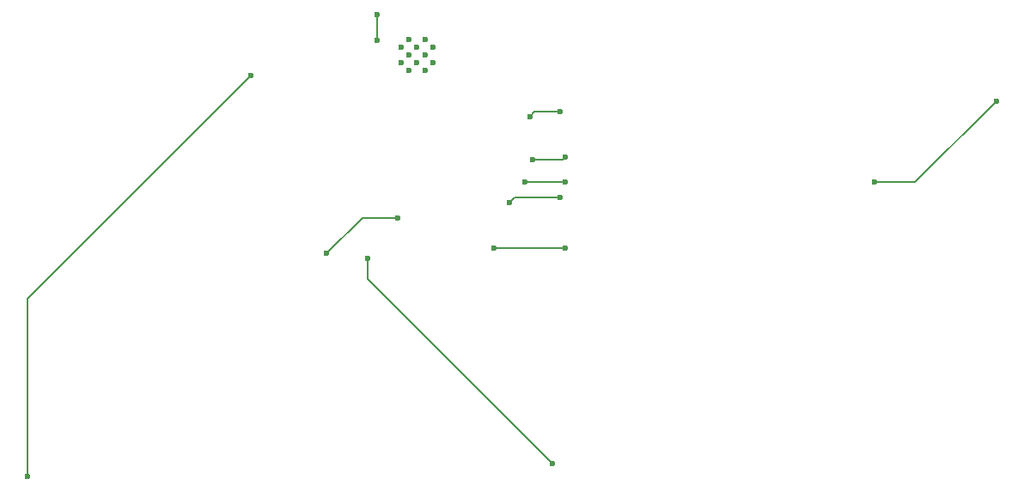
<source format=gbr>
%TF.GenerationSoftware,KiCad,Pcbnew,9.0.0*%
%TF.CreationDate,2025-04-29T11:20:52+05:30*%
%TF.ProjectId,PCB design for IoT-based Street Parking Management,50434220-6465-4736-9967-6e20666f7220,rev?*%
%TF.SameCoordinates,Original*%
%TF.FileFunction,Copper,L2,Bot*%
%TF.FilePolarity,Positive*%
%FSLAX46Y46*%
G04 Gerber Fmt 4.6, Leading zero omitted, Abs format (unit mm)*
G04 Created by KiCad (PCBNEW 9.0.0) date 2025-04-29 11:20:52*
%MOMM*%
%LPD*%
G01*
G04 APERTURE LIST*
%TA.AperFunction,HeatsinkPad*%
%ADD10C,0.600000*%
%TD*%
%TA.AperFunction,ViaPad*%
%ADD11C,0.600000*%
%TD*%
%TA.AperFunction,Conductor*%
%ADD12C,0.200000*%
%TD*%
G04 APERTURE END LIST*
D10*
%TO.P,U2,39,GND*%
%TO.N,GND*%
X164427500Y-95712500D03*
X164427500Y-94187500D03*
X163665000Y-96475000D03*
X163665000Y-94950000D03*
X163665000Y-93425000D03*
X162902500Y-95712500D03*
X162902500Y-94187500D03*
X162140000Y-96475000D03*
X162140000Y-94950000D03*
X162140000Y-93425000D03*
X161377500Y-95712500D03*
X161377500Y-94187500D03*
%TD*%
D11*
%TO.N,/mosi*%
X177500000Y-114000000D03*
%TO.N,/miso*%
X220000000Y-99500000D03*
X208000000Y-107500000D03*
%TO.N,/sck*%
X177000000Y-109000000D03*
%TO.N,/miso*%
X177500000Y-107500000D03*
%TO.N,/reset*%
X177500000Y-105000000D03*
%TO.N,/dio0*%
X177000000Y-100500000D03*
%TO.N,/mosi*%
X170500000Y-114000000D03*
%TO.N,/miso*%
X173500000Y-107500000D03*
X173500000Y-107500000D03*
X173500000Y-107500000D03*
%TO.N,/sck*%
X172000000Y-109500000D03*
%TO.N,/reset*%
X174272000Y-105272000D03*
%TO.N,/dio0*%
X174000000Y-101000000D03*
%TO.N,GND*%
X159000000Y-91000000D03*
X159000000Y-93500000D03*
%TO.N,/reset*%
X161000000Y-111000000D03*
X154000000Y-114500000D03*
%TO.N,GND*%
X176250000Y-135250000D03*
X158000000Y-115000000D03*
%TO.N,/nss*%
X146500000Y-97000000D03*
X124500000Y-136500000D03*
%TD*%
D12*
%TO.N,/miso*%
X212000000Y-107500000D02*
X220000000Y-99500000D01*
X208000000Y-107500000D02*
X212000000Y-107500000D01*
X173500000Y-107500000D02*
X177500000Y-107500000D01*
X177500000Y-107500000D02*
X177000000Y-107500000D01*
%TO.N,/mosi*%
X170500000Y-114000000D02*
X177500000Y-114000000D01*
%TO.N,/sck*%
X172500000Y-109000000D02*
X177000000Y-109000000D01*
X172000000Y-109500000D02*
X172500000Y-109000000D01*
%TO.N,/reset*%
X177228000Y-105272000D02*
X177500000Y-105000000D01*
X174272000Y-105272000D02*
X177228000Y-105272000D01*
%TO.N,/dio0*%
X174500000Y-100500000D02*
X177000000Y-100500000D01*
X174000000Y-101000000D02*
X174500000Y-100500000D01*
%TO.N,GND*%
X159000000Y-93500000D02*
X159000000Y-91000000D01*
%TO.N,/reset*%
X157500000Y-111000000D02*
X161000000Y-111000000D01*
X154000000Y-114500000D02*
X157500000Y-111000000D01*
%TO.N,GND*%
X158000000Y-117000000D02*
X176250000Y-135250000D01*
X158000000Y-115000000D02*
X158000000Y-117000000D01*
%TO.N,/nss*%
X124500000Y-119000000D02*
X146500000Y-97000000D01*
X124500000Y-136500000D02*
X124500000Y-119000000D01*
%TD*%
M02*

</source>
